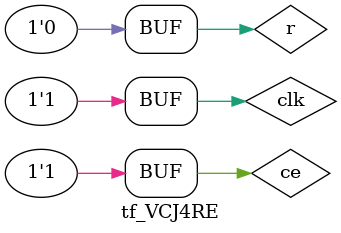
<source format=v>
`timescale 1ns / 1ps


module tf_VCJ4RE;

	// Inputs
	reg ce;
	reg clk;
	reg r;

	// Outputs
	wire TC;
	wire CEO;
	wire [3:0] Q;

	// Instantiate the Unit Under Test (UUT)
	VCJ4RE uut (
		.ce(ce), 
		.clk(clk), 
		.r(r), 
		.TC(TC), 
		.CEO(CEO), 
		.Q(Q)
	);

//�������� �������������� ������� ������������� clk
parameter Tclk=20; //������ ������� ������������� 20 ��
always begin clk=0; #(Tclk/2); clk=1; #(Tclk/2); end

	initial begin
		// Initialize Inputs
		ce = 0;
		clk = 0;
		r = 0;

		// Wait 100 ns for global reset to finish
		#100;
		ce = 1;
		r = 0;
		clk = 0;
		
	#80; ce = 0;
	#20; ce = 1;
	
	#100; r = 1;
	#25; r = 0;
	#300; ce = 0;
	#5; ce = 1;
	end
      
endmodule


</source>
